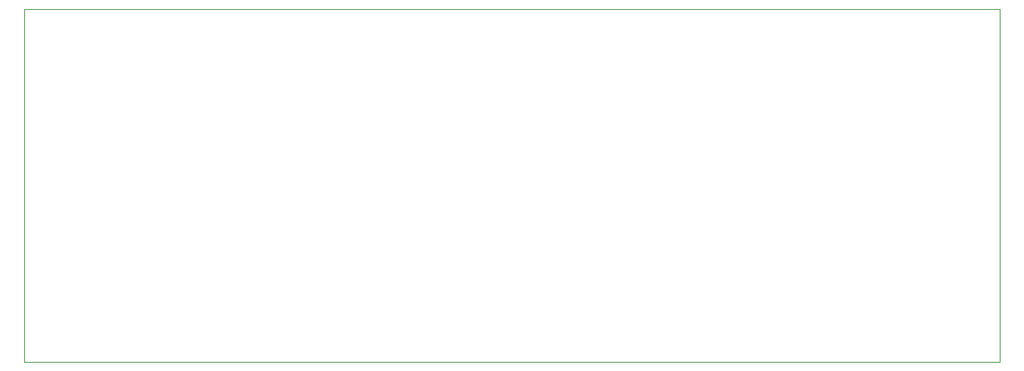
<source format=gbr>
G04 #@! TF.GenerationSoftware,KiCad,Pcbnew,(5.1.4)-1*
G04 #@! TF.CreationDate,2020-04-10T13:24:10-05:00*
G04 #@! TF.ProjectId,PIC32MZ_ETH_Demo,50494333-324d-45a5-9f45-54485f44656d,rev?*
G04 #@! TF.SameCoordinates,Original*
G04 #@! TF.FileFunction,Profile,NP*
%FSLAX46Y46*%
G04 Gerber Fmt 4.6, Leading zero omitted, Abs format (unit mm)*
G04 Created by KiCad (PCBNEW (5.1.4)-1) date 2020-04-10 13:24:10*
%MOMM*%
%LPD*%
G04 APERTURE LIST*
%ADD10C,0.050000*%
G04 APERTURE END LIST*
D10*
X94742000Y-44577000D02*
X94742000Y-84074000D01*
X203644500Y-84074000D02*
X94742000Y-84074000D01*
X203644500Y-44577000D02*
X203644500Y-84074000D01*
X94742000Y-44577000D02*
X203644500Y-44577000D01*
M02*

</source>
